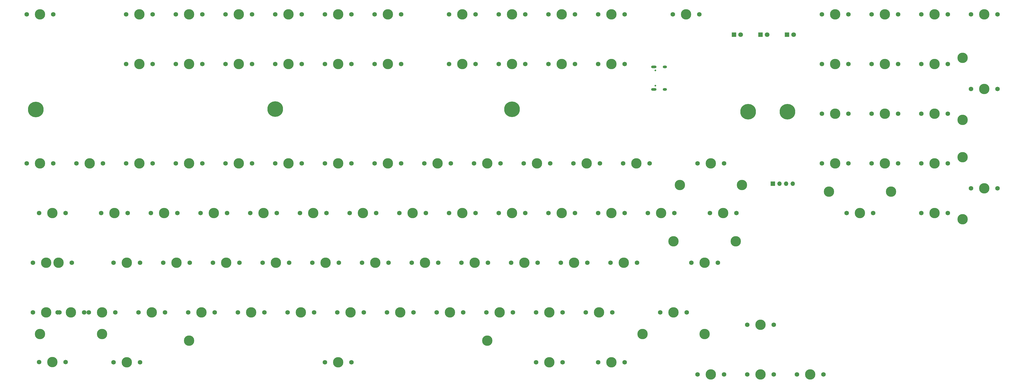
<source format=gts>
%TF.GenerationSoftware,KiCad,Pcbnew,(7.0.0-0)*%
%TF.CreationDate,2024-01-31T16:00:13-05:00*%
%TF.ProjectId,TKL,544b4c2e-6b69-4636-9164-5f7063625858,rev?*%
%TF.SameCoordinates,Original*%
%TF.FileFunction,Soldermask,Top*%
%TF.FilePolarity,Negative*%
%FSLAX46Y46*%
G04 Gerber Fmt 4.6, Leading zero omitted, Abs format (unit mm)*
G04 Created by KiCad (PCBNEW (7.0.0-0)) date 2024-01-31 16:00:13*
%MOMM*%
%LPD*%
G01*
G04 APERTURE LIST*
%ADD10C,1.750000*%
%ADD11C,3.987800*%
%ADD12C,6.000000*%
%ADD13R,1.700000X1.700000*%
%ADD14O,1.700000X1.700000*%
%ADD15R,1.800000X1.800000*%
%ADD16C,1.800000*%
%ADD17C,0.650000*%
%ADD18O,1.600000X1.000000*%
%ADD19O,2.100000X1.000000*%
G04 APERTURE END LIST*
D10*
X344963750Y-283322950D03*
D11*
X350043750Y-283322950D03*
D10*
X355123750Y-283322950D03*
X225901250Y-321422950D03*
D11*
X230981250Y-321422950D03*
D10*
X236061250Y-321422950D03*
X364013750Y-226172950D03*
D11*
X369093750Y-226172950D03*
D10*
X374173750Y-226172950D03*
X183038750Y-207122950D03*
D11*
X188118750Y-207122950D03*
D10*
X193198750Y-207122950D03*
X354488750Y-264272950D03*
D11*
X359568750Y-264272950D03*
D10*
X364648750Y-264272950D03*
X383063750Y-283322950D03*
D11*
X388143750Y-283322950D03*
D10*
X393223750Y-283322950D03*
X459263750Y-326185450D03*
D11*
X464343750Y-326185450D03*
D10*
X469423750Y-326185450D03*
X402113750Y-340518750D03*
D11*
X407193750Y-340518750D03*
D10*
X412273750Y-340518750D03*
D11*
X419100000Y-329677950D03*
X442912500Y-329677950D03*
D10*
X278288750Y-226172950D03*
D11*
X283368750Y-226172950D03*
D10*
X288448750Y-226172950D03*
X211613750Y-283322950D03*
D11*
X216693750Y-283322950D03*
D10*
X221773750Y-283322950D03*
D12*
X278276250Y-243401700D03*
D10*
X444976250Y-283322950D03*
D11*
X450056250Y-283322950D03*
D10*
X455136250Y-283322950D03*
X402113750Y-226172950D03*
D11*
X407193750Y-226172950D03*
D10*
X412273750Y-226172950D03*
X368776250Y-302372950D03*
D11*
X373856250Y-302372950D03*
D10*
X378936250Y-302372950D03*
D11*
X541813750Y-223791700D03*
X541813750Y-247604200D03*
D10*
X230663750Y-283322950D03*
D11*
X235743750Y-283322950D03*
D10*
X240823750Y-283322950D03*
X240188750Y-207122950D03*
D11*
X245268750Y-207122950D03*
D10*
X250348750Y-207122950D03*
X487838750Y-226172950D03*
D11*
X492918750Y-226172950D03*
D10*
X497998750Y-226172950D03*
X249713750Y-283322950D03*
D11*
X254793750Y-283322950D03*
D10*
X259873750Y-283322950D03*
D12*
X474662500Y-244429200D03*
D10*
X544988750Y-273797950D03*
D11*
X550068750Y-273797950D03*
D10*
X555148750Y-273797950D03*
X259238750Y-226172950D03*
D11*
X264318750Y-226172950D03*
D10*
X269398750Y-226172950D03*
X287813750Y-283322950D03*
D11*
X292893750Y-283322950D03*
D10*
X297973750Y-283322950D03*
X421163750Y-283322950D03*
D11*
X426243750Y-283322950D03*
D10*
X431323750Y-283322950D03*
X487838750Y-207122950D03*
D11*
X492918750Y-207122950D03*
D10*
X497998750Y-207122950D03*
X430688750Y-207122950D03*
D11*
X435768750Y-207122950D03*
D10*
X440848750Y-207122950D03*
X459263750Y-345235450D03*
D11*
X464343750Y-345235450D03*
D10*
X469423750Y-345235450D03*
X411638750Y-264272950D03*
D11*
X416718750Y-264272950D03*
D10*
X421798750Y-264272950D03*
X240188750Y-264272950D03*
D11*
X245268750Y-264272950D03*
D10*
X250348750Y-264272950D03*
X440213750Y-345235450D03*
D11*
X445293750Y-345235450D03*
D10*
X450373750Y-345235450D03*
X487838750Y-264272950D03*
D11*
X492918750Y-264272950D03*
D10*
X497998750Y-264272950D03*
X497363750Y-283322950D03*
D11*
X502443750Y-283322950D03*
D10*
X507523750Y-283322950D03*
X392588750Y-264272950D03*
D11*
X397668750Y-264272950D03*
D10*
X402748750Y-264272950D03*
X364013750Y-207122950D03*
D11*
X369093750Y-207122950D03*
D10*
X374173750Y-207122950D03*
X544988750Y-235697950D03*
D11*
X550068750Y-235697950D03*
D10*
X555148750Y-235697950D03*
D11*
X433387500Y-272527950D03*
X457200000Y-272527950D03*
D10*
X330676250Y-302372950D03*
D11*
X335756250Y-302372950D03*
D10*
X340836250Y-302372950D03*
X292576250Y-302372950D03*
D11*
X297656250Y-302372950D03*
D10*
X302736250Y-302372950D03*
X273526250Y-302372950D03*
D11*
X278606250Y-302372950D03*
D10*
X283686250Y-302372950D03*
X506888750Y-264272950D03*
D11*
X511968750Y-264272950D03*
D10*
X517048750Y-264272950D03*
D11*
X541813750Y-261891700D03*
X541813750Y-285704200D03*
D10*
X216376250Y-302372950D03*
D11*
X221456250Y-302372950D03*
D10*
X226536250Y-302372950D03*
X297338750Y-340518750D03*
D11*
X302418750Y-340518750D03*
D10*
X307498750Y-340518750D03*
X278288750Y-264272950D03*
D11*
X283368750Y-264272950D03*
D10*
X288448750Y-264272950D03*
X185420000Y-321422950D03*
D11*
X190500000Y-321422950D03*
D10*
X195580000Y-321422950D03*
X221138750Y-264272950D03*
D11*
X226218750Y-264272950D03*
D10*
X231298750Y-264272950D03*
X202088750Y-264272950D03*
D11*
X207168750Y-264272950D03*
D10*
X212248750Y-264272950D03*
X316388750Y-226172950D03*
D11*
X321468750Y-226172950D03*
D10*
X326548750Y-226172950D03*
X364013750Y-283322950D03*
D11*
X369093750Y-283322950D03*
D10*
X374173750Y-283322950D03*
X383063750Y-226172950D03*
D11*
X388143750Y-226172950D03*
D10*
X393223750Y-226172950D03*
X235426250Y-302372950D03*
D11*
X240506250Y-302372950D03*
D10*
X245586250Y-302372950D03*
X216376250Y-340518750D03*
D11*
X221456250Y-340518750D03*
D10*
X226536250Y-340518750D03*
X187801250Y-340472950D03*
D11*
X192881250Y-340472950D03*
D10*
X197961250Y-340472950D03*
X316388750Y-264272950D03*
D11*
X321468750Y-264272950D03*
D10*
X326548750Y-264272950D03*
D12*
X186531250Y-243635450D03*
D10*
X525938750Y-283322950D03*
D11*
X531018750Y-283322950D03*
D10*
X536098750Y-283322950D03*
X259238750Y-207122950D03*
D11*
X264318750Y-207122950D03*
D10*
X269398750Y-207122950D03*
X506888750Y-226172950D03*
D11*
X511968750Y-226172950D03*
D10*
X517048750Y-226172950D03*
X221138750Y-226172950D03*
D11*
X226218750Y-226172950D03*
D10*
X231298750Y-226172950D03*
X268763750Y-283322950D03*
D11*
X273843750Y-283322950D03*
D10*
X278923750Y-283322950D03*
X440213750Y-264272950D03*
D11*
X445293750Y-264272950D03*
D10*
X450373750Y-264272950D03*
X240188750Y-226172950D03*
D11*
X245268750Y-226172950D03*
D10*
X250348750Y-226172950D03*
X221138750Y-207122950D03*
D11*
X226218750Y-207122950D03*
D10*
X231298750Y-207122950D03*
X387826250Y-302372950D03*
D11*
X392906250Y-302372950D03*
D10*
X397986250Y-302372950D03*
X297338750Y-207122950D03*
D11*
X302418750Y-207122950D03*
D10*
X307498750Y-207122950D03*
X183038750Y-264272950D03*
D11*
X188118750Y-264272950D03*
D10*
X193198750Y-264272950D03*
X283051250Y-321422950D03*
D11*
X288131250Y-321422950D03*
D10*
X293211250Y-321422950D03*
X244951250Y-321422950D03*
D11*
X250031250Y-321422950D03*
D10*
X255111250Y-321422950D03*
X359251250Y-321422950D03*
D11*
X364331250Y-321422950D03*
D10*
X369411250Y-321422950D03*
D13*
X469042749Y-272019949D03*
D14*
X471582749Y-272019949D03*
X474122749Y-272019949D03*
X476662749Y-272019949D03*
D10*
X506888750Y-207122950D03*
D11*
X511968750Y-207122950D03*
D10*
X517048750Y-207122950D03*
X316388750Y-207122950D03*
D11*
X321468750Y-207122950D03*
D10*
X326548750Y-207122950D03*
X344963750Y-207122950D03*
D11*
X350043750Y-207122950D03*
D10*
X355123750Y-207122950D03*
X349726250Y-302372950D03*
D11*
X354806250Y-302372950D03*
D10*
X359886250Y-302372950D03*
X544988750Y-207122950D03*
D11*
X550068750Y-207122950D03*
D10*
X555148750Y-207122950D03*
X383063750Y-207122950D03*
D11*
X388143750Y-207122950D03*
D10*
X393223750Y-207122950D03*
X437832500Y-302372950D03*
D11*
X442912500Y-302372950D03*
D10*
X447992500Y-302372950D03*
X525938750Y-207122950D03*
D11*
X531018750Y-207122950D03*
D10*
X536098750Y-207122950D03*
X297338750Y-226172950D03*
D11*
X302418750Y-226172950D03*
D10*
X307498750Y-226172950D03*
X506888750Y-245222950D03*
D11*
X511968750Y-245222950D03*
D10*
X517048750Y-245222950D03*
X402113750Y-207122950D03*
D11*
X407193750Y-207122950D03*
D10*
X412273750Y-207122950D03*
D11*
X359568750Y-332263750D03*
X245268750Y-332263750D03*
D15*
X464338749Y-214869949D03*
D16*
X466878750Y-214869950D03*
D15*
X474498749Y-214869949D03*
D16*
X477038750Y-214869950D03*
D10*
X321151250Y-321422950D03*
D11*
X326231250Y-321422950D03*
D10*
X331311250Y-321422950D03*
X297338750Y-264272950D03*
D11*
X302418750Y-264272950D03*
D10*
X307498750Y-264272950D03*
X487838750Y-245222950D03*
D11*
X492918750Y-245222950D03*
D10*
X497998750Y-245222950D03*
X406876250Y-302372950D03*
D11*
X411956250Y-302372950D03*
D10*
X417036250Y-302372950D03*
X478313750Y-345235450D03*
D11*
X483393750Y-345235450D03*
D10*
X488473750Y-345235450D03*
D12*
X369036250Y-243551700D03*
D10*
X325913750Y-283322950D03*
D11*
X330993750Y-283322950D03*
D10*
X336073750Y-283322950D03*
X311626250Y-302372950D03*
D11*
X316706250Y-302372950D03*
D10*
X321786250Y-302372950D03*
X344963750Y-226172950D03*
D11*
X350043750Y-226172950D03*
D10*
X355123750Y-226172950D03*
D12*
X459581250Y-244429200D03*
D10*
X378301250Y-321422950D03*
D11*
X383381250Y-321422950D03*
D10*
X388461250Y-321422950D03*
X254476250Y-302372950D03*
D11*
X259556250Y-302372950D03*
D10*
X264636250Y-302372950D03*
X373538750Y-264272950D03*
D11*
X378618750Y-264272950D03*
D10*
X383698750Y-264272950D03*
X525938750Y-245222950D03*
D11*
X531018750Y-245222950D03*
D10*
X536098750Y-245222950D03*
X425926250Y-321422950D03*
D11*
X431006250Y-321422950D03*
D10*
X436086250Y-321422950D03*
X206851250Y-321422950D03*
D11*
X211931250Y-321422950D03*
D10*
X217011250Y-321422950D03*
X278288750Y-207122950D03*
D11*
X283368750Y-207122950D03*
D10*
X288448750Y-207122950D03*
X194945000Y-321422950D03*
D11*
X200025000Y-321422950D03*
D10*
X205105000Y-321422950D03*
X378301250Y-340518750D03*
D11*
X383381250Y-340518750D03*
D10*
X388461250Y-340518750D03*
D15*
X454178749Y-214869949D03*
D16*
X456718750Y-214869950D03*
D10*
X302101250Y-321422950D03*
D11*
X307181250Y-321422950D03*
D10*
X312261250Y-321422950D03*
X525938750Y-264272950D03*
D11*
X531018750Y-264272950D03*
D10*
X536098750Y-264272950D03*
X402113750Y-283322950D03*
D11*
X407193750Y-283322950D03*
D10*
X412273750Y-283322950D03*
D11*
X514350000Y-275067950D03*
X490537500Y-275067950D03*
D10*
X187801250Y-283322950D03*
D11*
X192881250Y-283322950D03*
D10*
X197961250Y-283322950D03*
X259238750Y-264272950D03*
D11*
X264318750Y-264272950D03*
D10*
X269398750Y-264272950D03*
X190182500Y-302372950D03*
D11*
X195262500Y-302372950D03*
D10*
X200342500Y-302372950D03*
X340201250Y-321422950D03*
D11*
X345281250Y-321422950D03*
D10*
X350361250Y-321422950D03*
D11*
X188118750Y-329677950D03*
X211931250Y-329677950D03*
D10*
X397351250Y-321422950D03*
D11*
X402431250Y-321422950D03*
D10*
X407511250Y-321422950D03*
X306863750Y-283322950D03*
D11*
X311943750Y-283322950D03*
D10*
X317023750Y-283322950D03*
X335438750Y-264272950D03*
D11*
X340518750Y-264272950D03*
D10*
X345598750Y-264272950D03*
D11*
X454818750Y-294117950D03*
X431006250Y-294117950D03*
D10*
X185420000Y-302372950D03*
D11*
X190500000Y-302372950D03*
D10*
X195580000Y-302372950D03*
X525938750Y-226172950D03*
D11*
X531018750Y-226172950D03*
D10*
X536098750Y-226172950D03*
X264001250Y-321422950D03*
D11*
X269081250Y-321422950D03*
D10*
X274161250Y-321422950D03*
D17*
X423987500Y-228650574D03*
X423987500Y-234430574D03*
D18*
X427637499Y-227220573D03*
D19*
X423457499Y-227220573D03*
D18*
X427637499Y-235860573D03*
D19*
X423457499Y-235860573D03*
M02*

</source>
